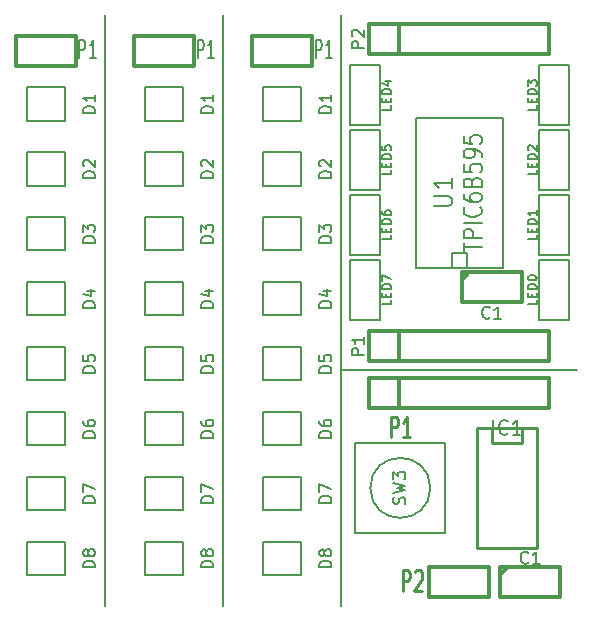
<source format=gto>
G04 (created by PCBNEW (2013-04-19 BZR 4011)-stable) date 9/19/2013 12:32:27 AM*
%MOIN*%
G04 Gerber Fmt 3.4, Leading zero omitted, Abs format*
%FSLAX34Y34*%
G01*
G70*
G90*
G04 APERTURE LIST*
%ADD10C,0.00393701*%
%ADD11C,0.00787402*%
%ADD12C,0.012*%
%ADD13C,0.00590551*%
%ADD14C,0.005*%
%ADD15C,0.01*%
%ADD16C,0.006*%
%ADD17C,0.008*%
%ADD18C,0.0107*%
G04 APERTURE END LIST*
G54D10*
G54D11*
X86220Y-45275D02*
X94094Y-45275D01*
X86220Y-33464D02*
X86220Y-53149D01*
X82283Y-53149D02*
X82283Y-33464D01*
X78346Y-33464D02*
X78346Y-53149D01*
G54D12*
X83251Y-35145D02*
X83251Y-34145D01*
X83251Y-34145D02*
X85251Y-34145D01*
X85251Y-34145D02*
X85251Y-35145D01*
X85251Y-35145D02*
X83251Y-35145D01*
G54D13*
X83622Y-36968D02*
X83622Y-35866D01*
X83622Y-35866D02*
X84881Y-35866D01*
X84881Y-35866D02*
X84881Y-36968D01*
X84881Y-36968D02*
X83622Y-36968D01*
X83622Y-39133D02*
X83622Y-38031D01*
X83622Y-38031D02*
X84881Y-38031D01*
X84881Y-38031D02*
X84881Y-39133D01*
X84881Y-39133D02*
X83622Y-39133D01*
X83622Y-41299D02*
X83622Y-40196D01*
X83622Y-40196D02*
X84881Y-40196D01*
X84881Y-40196D02*
X84881Y-41299D01*
X84881Y-41299D02*
X83622Y-41299D01*
X83622Y-43464D02*
X83622Y-42362D01*
X83622Y-42362D02*
X84881Y-42362D01*
X84881Y-42362D02*
X84881Y-43464D01*
X84881Y-43464D02*
X83622Y-43464D01*
X83622Y-45629D02*
X83622Y-44527D01*
X83622Y-44527D02*
X84881Y-44527D01*
X84881Y-44527D02*
X84881Y-45629D01*
X84881Y-45629D02*
X83622Y-45629D01*
X83622Y-47795D02*
X83622Y-46692D01*
X83622Y-46692D02*
X84881Y-46692D01*
X84881Y-46692D02*
X84881Y-47795D01*
X84881Y-47795D02*
X83622Y-47795D01*
X83622Y-49960D02*
X83622Y-48858D01*
X83622Y-48858D02*
X84881Y-48858D01*
X84881Y-48858D02*
X84881Y-49960D01*
X84881Y-49960D02*
X83622Y-49960D01*
X83622Y-52125D02*
X83622Y-51023D01*
X83622Y-51023D02*
X84881Y-51023D01*
X84881Y-51023D02*
X84881Y-52125D01*
X84881Y-52125D02*
X83622Y-52125D01*
G54D12*
X79314Y-35145D02*
X79314Y-34145D01*
X79314Y-34145D02*
X81314Y-34145D01*
X81314Y-34145D02*
X81314Y-35145D01*
X81314Y-35145D02*
X79314Y-35145D01*
G54D13*
X79685Y-36968D02*
X79685Y-35866D01*
X79685Y-35866D02*
X80944Y-35866D01*
X80944Y-35866D02*
X80944Y-36968D01*
X80944Y-36968D02*
X79685Y-36968D01*
X79685Y-39133D02*
X79685Y-38031D01*
X79685Y-38031D02*
X80944Y-38031D01*
X80944Y-38031D02*
X80944Y-39133D01*
X80944Y-39133D02*
X79685Y-39133D01*
X79685Y-41299D02*
X79685Y-40196D01*
X79685Y-40196D02*
X80944Y-40196D01*
X80944Y-40196D02*
X80944Y-41299D01*
X80944Y-41299D02*
X79685Y-41299D01*
X79685Y-43464D02*
X79685Y-42362D01*
X79685Y-42362D02*
X80944Y-42362D01*
X80944Y-42362D02*
X80944Y-43464D01*
X80944Y-43464D02*
X79685Y-43464D01*
X79685Y-45629D02*
X79685Y-44527D01*
X79685Y-44527D02*
X80944Y-44527D01*
X80944Y-44527D02*
X80944Y-45629D01*
X80944Y-45629D02*
X79685Y-45629D01*
X79685Y-47795D02*
X79685Y-46692D01*
X79685Y-46692D02*
X80944Y-46692D01*
X80944Y-46692D02*
X80944Y-47795D01*
X80944Y-47795D02*
X79685Y-47795D01*
X79685Y-49960D02*
X79685Y-48858D01*
X79685Y-48858D02*
X80944Y-48858D01*
X80944Y-48858D02*
X80944Y-49960D01*
X80944Y-49960D02*
X79685Y-49960D01*
X79685Y-52125D02*
X79685Y-51023D01*
X79685Y-51023D02*
X80944Y-51023D01*
X80944Y-51023D02*
X80944Y-52125D01*
X80944Y-52125D02*
X79685Y-52125D01*
G54D12*
X75377Y-35145D02*
X75377Y-34145D01*
X75377Y-34145D02*
X77377Y-34145D01*
X77377Y-34145D02*
X77377Y-35145D01*
X77377Y-35145D02*
X75377Y-35145D01*
G54D13*
X75748Y-36968D02*
X75748Y-35866D01*
X75748Y-35866D02*
X77007Y-35866D01*
X77007Y-35866D02*
X77007Y-36968D01*
X77007Y-36968D02*
X75748Y-36968D01*
X75748Y-39133D02*
X75748Y-38031D01*
X75748Y-38031D02*
X77007Y-38031D01*
X77007Y-38031D02*
X77007Y-39133D01*
X77007Y-39133D02*
X75748Y-39133D01*
X75748Y-41299D02*
X75748Y-40196D01*
X75748Y-40196D02*
X77007Y-40196D01*
X77007Y-40196D02*
X77007Y-41299D01*
X77007Y-41299D02*
X75748Y-41299D01*
X75748Y-43464D02*
X75748Y-42362D01*
X75748Y-42362D02*
X77007Y-42362D01*
X77007Y-42362D02*
X77007Y-43464D01*
X77007Y-43464D02*
X75748Y-43464D01*
X75748Y-45629D02*
X75748Y-44527D01*
X75748Y-44527D02*
X77007Y-44527D01*
X77007Y-44527D02*
X77007Y-45629D01*
X77007Y-45629D02*
X75748Y-45629D01*
X75748Y-47795D02*
X75748Y-46692D01*
X75748Y-46692D02*
X77007Y-46692D01*
X77007Y-46692D02*
X77007Y-47795D01*
X77007Y-47795D02*
X75748Y-47795D01*
X75748Y-49960D02*
X75748Y-48858D01*
X75748Y-48858D02*
X77007Y-48858D01*
X77007Y-48858D02*
X77007Y-49960D01*
X77007Y-49960D02*
X75748Y-49960D01*
X75748Y-52125D02*
X75748Y-51023D01*
X75748Y-51023D02*
X77007Y-51023D01*
X77007Y-51023D02*
X77007Y-52125D01*
X77007Y-52125D02*
X75748Y-52125D01*
G54D14*
X89188Y-49212D02*
G75*
G03X89188Y-49212I-1000J0D01*
G74*
G01*
X86688Y-50712D02*
X86688Y-47712D01*
X86688Y-47712D02*
X89688Y-47712D01*
X89688Y-47712D02*
X89688Y-50712D01*
X86688Y-50712D02*
X89688Y-50712D01*
G54D12*
X87157Y-46562D02*
X87157Y-45562D01*
X87157Y-45562D02*
X93157Y-45562D01*
X93157Y-45562D02*
X93157Y-46562D01*
X93157Y-46562D02*
X87157Y-46562D01*
X88157Y-46562D02*
X88157Y-45562D01*
X89157Y-52862D02*
X89157Y-51862D01*
X89157Y-51862D02*
X91157Y-51862D01*
X91157Y-51862D02*
X91157Y-52862D01*
X91157Y-52862D02*
X89157Y-52862D01*
G54D15*
X92232Y-47212D02*
X92232Y-47712D01*
X92232Y-47712D02*
X91232Y-47712D01*
X91232Y-47712D02*
X91232Y-47212D01*
X92732Y-47212D02*
X92732Y-51212D01*
X92732Y-51212D02*
X90732Y-51212D01*
X90732Y-51212D02*
X90732Y-47212D01*
X90732Y-47212D02*
X92732Y-47212D01*
G54D12*
X91539Y-51862D02*
X93519Y-51862D01*
X93519Y-51862D02*
X93519Y-52862D01*
X93519Y-52862D02*
X91519Y-52862D01*
X91519Y-52862D02*
X91519Y-51862D01*
X91519Y-52112D02*
X91769Y-51862D01*
G54D16*
X93807Y-43618D02*
X92807Y-43618D01*
X92807Y-43618D02*
X92807Y-41618D01*
X92807Y-41618D02*
X93807Y-41618D01*
X93807Y-41618D02*
X93807Y-43618D01*
X93807Y-41452D02*
X92807Y-41452D01*
X92807Y-41452D02*
X92807Y-39452D01*
X92807Y-39452D02*
X93807Y-39452D01*
X93807Y-39452D02*
X93807Y-41452D01*
X93807Y-39287D02*
X92807Y-39287D01*
X92807Y-39287D02*
X92807Y-37287D01*
X92807Y-37287D02*
X93807Y-37287D01*
X93807Y-37287D02*
X93807Y-39287D01*
X93807Y-37122D02*
X92807Y-37122D01*
X92807Y-37122D02*
X92807Y-35122D01*
X92807Y-35122D02*
X93807Y-35122D01*
X93807Y-35122D02*
X93807Y-37122D01*
X86507Y-35122D02*
X87507Y-35122D01*
X87507Y-35122D02*
X87507Y-37122D01*
X87507Y-37122D02*
X86507Y-37122D01*
X86507Y-37122D02*
X86507Y-35122D01*
X86507Y-37287D02*
X87507Y-37287D01*
X87507Y-37287D02*
X87507Y-39287D01*
X87507Y-39287D02*
X86507Y-39287D01*
X86507Y-39287D02*
X86507Y-37287D01*
X86507Y-39452D02*
X87507Y-39452D01*
X87507Y-39452D02*
X87507Y-41452D01*
X87507Y-41452D02*
X86507Y-41452D01*
X86507Y-41452D02*
X86507Y-39452D01*
X86507Y-41618D02*
X87507Y-41618D01*
X87507Y-41618D02*
X87507Y-43618D01*
X87507Y-43618D02*
X86507Y-43618D01*
X86507Y-43618D02*
X86507Y-41618D01*
G54D12*
X87157Y-44988D02*
X87157Y-43988D01*
X87157Y-43988D02*
X93157Y-43988D01*
X93157Y-43988D02*
X93157Y-44988D01*
X93157Y-44988D02*
X87157Y-44988D01*
X88157Y-44988D02*
X88157Y-43988D01*
X87157Y-34751D02*
X87157Y-33751D01*
X87157Y-33751D02*
X93157Y-33751D01*
X93157Y-33751D02*
X93157Y-34751D01*
X93157Y-34751D02*
X87157Y-34751D01*
X88157Y-34751D02*
X88157Y-33751D01*
X90260Y-42019D02*
X92240Y-42019D01*
X92240Y-42019D02*
X92240Y-43019D01*
X92240Y-43019D02*
X90240Y-43019D01*
X90240Y-43019D02*
X90240Y-42019D01*
X90240Y-42269D02*
X90490Y-42019D01*
G54D14*
X91607Y-36870D02*
X88707Y-36870D01*
X88707Y-41870D02*
X91607Y-41870D01*
X91607Y-36870D02*
X91607Y-41870D01*
X88707Y-41870D02*
X88707Y-36870D01*
X89907Y-41870D02*
X89907Y-41370D01*
X89907Y-41370D02*
X90407Y-41370D01*
X90407Y-41370D02*
X90407Y-41870D01*
G54D13*
X85368Y-34884D02*
X85368Y-34294D01*
X85503Y-34294D01*
X85537Y-34322D01*
X85553Y-34350D01*
X85570Y-34406D01*
X85570Y-34491D01*
X85553Y-34547D01*
X85537Y-34575D01*
X85503Y-34603D01*
X85368Y-34603D01*
X85908Y-34884D02*
X85705Y-34884D01*
X85807Y-34884D02*
X85807Y-34294D01*
X85773Y-34378D01*
X85739Y-34434D01*
X85705Y-34462D01*
X85887Y-36707D02*
X85494Y-36707D01*
X85494Y-36614D01*
X85512Y-36557D01*
X85550Y-36520D01*
X85587Y-36501D01*
X85662Y-36482D01*
X85718Y-36482D01*
X85793Y-36501D01*
X85831Y-36520D01*
X85868Y-36557D01*
X85887Y-36614D01*
X85887Y-36707D01*
X85887Y-36107D02*
X85887Y-36332D01*
X85887Y-36220D02*
X85494Y-36220D01*
X85550Y-36257D01*
X85587Y-36295D01*
X85606Y-36332D01*
X85887Y-38873D02*
X85494Y-38873D01*
X85494Y-38779D01*
X85512Y-38723D01*
X85550Y-38685D01*
X85587Y-38667D01*
X85662Y-38648D01*
X85718Y-38648D01*
X85793Y-38667D01*
X85831Y-38685D01*
X85868Y-38723D01*
X85887Y-38779D01*
X85887Y-38873D01*
X85531Y-38498D02*
X85512Y-38479D01*
X85494Y-38442D01*
X85494Y-38348D01*
X85512Y-38310D01*
X85531Y-38292D01*
X85568Y-38273D01*
X85606Y-38273D01*
X85662Y-38292D01*
X85887Y-38517D01*
X85887Y-38273D01*
X85887Y-41038D02*
X85494Y-41038D01*
X85494Y-40944D01*
X85512Y-40888D01*
X85550Y-40851D01*
X85587Y-40832D01*
X85662Y-40813D01*
X85718Y-40813D01*
X85793Y-40832D01*
X85831Y-40851D01*
X85868Y-40888D01*
X85887Y-40944D01*
X85887Y-41038D01*
X85494Y-40682D02*
X85494Y-40438D01*
X85643Y-40569D01*
X85643Y-40513D01*
X85662Y-40476D01*
X85681Y-40457D01*
X85718Y-40438D01*
X85812Y-40438D01*
X85850Y-40457D01*
X85868Y-40476D01*
X85887Y-40513D01*
X85887Y-40626D01*
X85868Y-40663D01*
X85850Y-40682D01*
X85887Y-43203D02*
X85494Y-43203D01*
X85494Y-43110D01*
X85512Y-43053D01*
X85550Y-43016D01*
X85587Y-42997D01*
X85662Y-42979D01*
X85718Y-42979D01*
X85793Y-42997D01*
X85831Y-43016D01*
X85868Y-43053D01*
X85887Y-43110D01*
X85887Y-43203D01*
X85625Y-42641D02*
X85887Y-42641D01*
X85475Y-42735D02*
X85756Y-42829D01*
X85756Y-42585D01*
X85887Y-45369D02*
X85494Y-45369D01*
X85494Y-45275D01*
X85512Y-45219D01*
X85550Y-45181D01*
X85587Y-45163D01*
X85662Y-45144D01*
X85718Y-45144D01*
X85793Y-45163D01*
X85831Y-45181D01*
X85868Y-45219D01*
X85887Y-45275D01*
X85887Y-45369D01*
X85494Y-44788D02*
X85494Y-44975D01*
X85681Y-44994D01*
X85662Y-44975D01*
X85643Y-44938D01*
X85643Y-44844D01*
X85662Y-44806D01*
X85681Y-44788D01*
X85718Y-44769D01*
X85812Y-44769D01*
X85850Y-44788D01*
X85868Y-44806D01*
X85887Y-44844D01*
X85887Y-44938D01*
X85868Y-44975D01*
X85850Y-44994D01*
X85887Y-47534D02*
X85494Y-47534D01*
X85494Y-47440D01*
X85512Y-47384D01*
X85550Y-47347D01*
X85587Y-47328D01*
X85662Y-47309D01*
X85718Y-47309D01*
X85793Y-47328D01*
X85831Y-47347D01*
X85868Y-47384D01*
X85887Y-47440D01*
X85887Y-47534D01*
X85494Y-46972D02*
X85494Y-47047D01*
X85512Y-47084D01*
X85531Y-47103D01*
X85587Y-47140D01*
X85662Y-47159D01*
X85812Y-47159D01*
X85850Y-47140D01*
X85868Y-47122D01*
X85887Y-47084D01*
X85887Y-47009D01*
X85868Y-46972D01*
X85850Y-46953D01*
X85812Y-46934D01*
X85718Y-46934D01*
X85681Y-46953D01*
X85662Y-46972D01*
X85643Y-47009D01*
X85643Y-47084D01*
X85662Y-47122D01*
X85681Y-47140D01*
X85718Y-47159D01*
X85887Y-49700D02*
X85494Y-49700D01*
X85494Y-49606D01*
X85512Y-49550D01*
X85550Y-49512D01*
X85587Y-49493D01*
X85662Y-49475D01*
X85718Y-49475D01*
X85793Y-49493D01*
X85831Y-49512D01*
X85868Y-49550D01*
X85887Y-49606D01*
X85887Y-49700D01*
X85494Y-49343D02*
X85494Y-49081D01*
X85887Y-49250D01*
X85887Y-51865D02*
X85494Y-51865D01*
X85494Y-51771D01*
X85512Y-51715D01*
X85550Y-51677D01*
X85587Y-51659D01*
X85662Y-51640D01*
X85718Y-51640D01*
X85793Y-51659D01*
X85831Y-51677D01*
X85868Y-51715D01*
X85887Y-51771D01*
X85887Y-51865D01*
X85662Y-51415D02*
X85643Y-51452D01*
X85625Y-51471D01*
X85587Y-51490D01*
X85568Y-51490D01*
X85531Y-51471D01*
X85512Y-51452D01*
X85494Y-51415D01*
X85494Y-51340D01*
X85512Y-51302D01*
X85531Y-51284D01*
X85568Y-51265D01*
X85587Y-51265D01*
X85625Y-51284D01*
X85643Y-51302D01*
X85662Y-51340D01*
X85662Y-51415D01*
X85681Y-51452D01*
X85700Y-51471D01*
X85737Y-51490D01*
X85812Y-51490D01*
X85850Y-51471D01*
X85868Y-51452D01*
X85887Y-51415D01*
X85887Y-51340D01*
X85868Y-51302D01*
X85850Y-51284D01*
X85812Y-51265D01*
X85737Y-51265D01*
X85700Y-51284D01*
X85681Y-51302D01*
X85662Y-51340D01*
X81431Y-34884D02*
X81431Y-34294D01*
X81566Y-34294D01*
X81600Y-34322D01*
X81616Y-34350D01*
X81633Y-34406D01*
X81633Y-34491D01*
X81616Y-34547D01*
X81600Y-34575D01*
X81566Y-34603D01*
X81431Y-34603D01*
X81971Y-34884D02*
X81768Y-34884D01*
X81870Y-34884D02*
X81870Y-34294D01*
X81836Y-34378D01*
X81802Y-34434D01*
X81768Y-34462D01*
X81950Y-36707D02*
X81556Y-36707D01*
X81556Y-36614D01*
X81575Y-36557D01*
X81613Y-36520D01*
X81650Y-36501D01*
X81725Y-36482D01*
X81781Y-36482D01*
X81856Y-36501D01*
X81894Y-36520D01*
X81931Y-36557D01*
X81950Y-36614D01*
X81950Y-36707D01*
X81950Y-36107D02*
X81950Y-36332D01*
X81950Y-36220D02*
X81556Y-36220D01*
X81613Y-36257D01*
X81650Y-36295D01*
X81669Y-36332D01*
X81950Y-38873D02*
X81556Y-38873D01*
X81556Y-38779D01*
X81575Y-38723D01*
X81613Y-38685D01*
X81650Y-38667D01*
X81725Y-38648D01*
X81781Y-38648D01*
X81856Y-38667D01*
X81894Y-38685D01*
X81931Y-38723D01*
X81950Y-38779D01*
X81950Y-38873D01*
X81594Y-38498D02*
X81575Y-38479D01*
X81556Y-38442D01*
X81556Y-38348D01*
X81575Y-38310D01*
X81594Y-38292D01*
X81631Y-38273D01*
X81669Y-38273D01*
X81725Y-38292D01*
X81950Y-38517D01*
X81950Y-38273D01*
X81950Y-41038D02*
X81556Y-41038D01*
X81556Y-40944D01*
X81575Y-40888D01*
X81613Y-40851D01*
X81650Y-40832D01*
X81725Y-40813D01*
X81781Y-40813D01*
X81856Y-40832D01*
X81894Y-40851D01*
X81931Y-40888D01*
X81950Y-40944D01*
X81950Y-41038D01*
X81556Y-40682D02*
X81556Y-40438D01*
X81706Y-40569D01*
X81706Y-40513D01*
X81725Y-40476D01*
X81744Y-40457D01*
X81781Y-40438D01*
X81875Y-40438D01*
X81913Y-40457D01*
X81931Y-40476D01*
X81950Y-40513D01*
X81950Y-40626D01*
X81931Y-40663D01*
X81913Y-40682D01*
X81950Y-43203D02*
X81556Y-43203D01*
X81556Y-43110D01*
X81575Y-43053D01*
X81613Y-43016D01*
X81650Y-42997D01*
X81725Y-42979D01*
X81781Y-42979D01*
X81856Y-42997D01*
X81894Y-43016D01*
X81931Y-43053D01*
X81950Y-43110D01*
X81950Y-43203D01*
X81688Y-42641D02*
X81950Y-42641D01*
X81538Y-42735D02*
X81819Y-42829D01*
X81819Y-42585D01*
X81950Y-45369D02*
X81556Y-45369D01*
X81556Y-45275D01*
X81575Y-45219D01*
X81613Y-45181D01*
X81650Y-45163D01*
X81725Y-45144D01*
X81781Y-45144D01*
X81856Y-45163D01*
X81894Y-45181D01*
X81931Y-45219D01*
X81950Y-45275D01*
X81950Y-45369D01*
X81556Y-44788D02*
X81556Y-44975D01*
X81744Y-44994D01*
X81725Y-44975D01*
X81706Y-44938D01*
X81706Y-44844D01*
X81725Y-44806D01*
X81744Y-44788D01*
X81781Y-44769D01*
X81875Y-44769D01*
X81913Y-44788D01*
X81931Y-44806D01*
X81950Y-44844D01*
X81950Y-44938D01*
X81931Y-44975D01*
X81913Y-44994D01*
X81950Y-47534D02*
X81556Y-47534D01*
X81556Y-47440D01*
X81575Y-47384D01*
X81613Y-47347D01*
X81650Y-47328D01*
X81725Y-47309D01*
X81781Y-47309D01*
X81856Y-47328D01*
X81894Y-47347D01*
X81931Y-47384D01*
X81950Y-47440D01*
X81950Y-47534D01*
X81556Y-46972D02*
X81556Y-47047D01*
X81575Y-47084D01*
X81594Y-47103D01*
X81650Y-47140D01*
X81725Y-47159D01*
X81875Y-47159D01*
X81913Y-47140D01*
X81931Y-47122D01*
X81950Y-47084D01*
X81950Y-47009D01*
X81931Y-46972D01*
X81913Y-46953D01*
X81875Y-46934D01*
X81781Y-46934D01*
X81744Y-46953D01*
X81725Y-46972D01*
X81706Y-47009D01*
X81706Y-47084D01*
X81725Y-47122D01*
X81744Y-47140D01*
X81781Y-47159D01*
X81950Y-49700D02*
X81556Y-49700D01*
X81556Y-49606D01*
X81575Y-49550D01*
X81613Y-49512D01*
X81650Y-49493D01*
X81725Y-49475D01*
X81781Y-49475D01*
X81856Y-49493D01*
X81894Y-49512D01*
X81931Y-49550D01*
X81950Y-49606D01*
X81950Y-49700D01*
X81556Y-49343D02*
X81556Y-49081D01*
X81950Y-49250D01*
X81950Y-51865D02*
X81556Y-51865D01*
X81556Y-51771D01*
X81575Y-51715D01*
X81613Y-51677D01*
X81650Y-51659D01*
X81725Y-51640D01*
X81781Y-51640D01*
X81856Y-51659D01*
X81894Y-51677D01*
X81931Y-51715D01*
X81950Y-51771D01*
X81950Y-51865D01*
X81725Y-51415D02*
X81706Y-51452D01*
X81688Y-51471D01*
X81650Y-51490D01*
X81631Y-51490D01*
X81594Y-51471D01*
X81575Y-51452D01*
X81556Y-51415D01*
X81556Y-51340D01*
X81575Y-51302D01*
X81594Y-51284D01*
X81631Y-51265D01*
X81650Y-51265D01*
X81688Y-51284D01*
X81706Y-51302D01*
X81725Y-51340D01*
X81725Y-51415D01*
X81744Y-51452D01*
X81763Y-51471D01*
X81800Y-51490D01*
X81875Y-51490D01*
X81913Y-51471D01*
X81931Y-51452D01*
X81950Y-51415D01*
X81950Y-51340D01*
X81931Y-51302D01*
X81913Y-51284D01*
X81875Y-51265D01*
X81800Y-51265D01*
X81763Y-51284D01*
X81744Y-51302D01*
X81725Y-51340D01*
X77494Y-34884D02*
X77494Y-34294D01*
X77629Y-34294D01*
X77663Y-34322D01*
X77679Y-34350D01*
X77696Y-34406D01*
X77696Y-34491D01*
X77679Y-34547D01*
X77663Y-34575D01*
X77629Y-34603D01*
X77494Y-34603D01*
X78034Y-34884D02*
X77831Y-34884D01*
X77933Y-34884D02*
X77933Y-34294D01*
X77899Y-34378D01*
X77865Y-34434D01*
X77831Y-34462D01*
X78013Y-36707D02*
X77619Y-36707D01*
X77619Y-36614D01*
X77638Y-36557D01*
X77676Y-36520D01*
X77713Y-36501D01*
X77788Y-36482D01*
X77844Y-36482D01*
X77919Y-36501D01*
X77957Y-36520D01*
X77994Y-36557D01*
X78013Y-36614D01*
X78013Y-36707D01*
X78013Y-36107D02*
X78013Y-36332D01*
X78013Y-36220D02*
X77619Y-36220D01*
X77676Y-36257D01*
X77713Y-36295D01*
X77732Y-36332D01*
X78013Y-38873D02*
X77619Y-38873D01*
X77619Y-38779D01*
X77638Y-38723D01*
X77676Y-38685D01*
X77713Y-38667D01*
X77788Y-38648D01*
X77844Y-38648D01*
X77919Y-38667D01*
X77957Y-38685D01*
X77994Y-38723D01*
X78013Y-38779D01*
X78013Y-38873D01*
X77657Y-38498D02*
X77638Y-38479D01*
X77619Y-38442D01*
X77619Y-38348D01*
X77638Y-38310D01*
X77657Y-38292D01*
X77694Y-38273D01*
X77732Y-38273D01*
X77788Y-38292D01*
X78013Y-38517D01*
X78013Y-38273D01*
X78013Y-41038D02*
X77619Y-41038D01*
X77619Y-40944D01*
X77638Y-40888D01*
X77676Y-40851D01*
X77713Y-40832D01*
X77788Y-40813D01*
X77844Y-40813D01*
X77919Y-40832D01*
X77957Y-40851D01*
X77994Y-40888D01*
X78013Y-40944D01*
X78013Y-41038D01*
X77619Y-40682D02*
X77619Y-40438D01*
X77769Y-40569D01*
X77769Y-40513D01*
X77788Y-40476D01*
X77807Y-40457D01*
X77844Y-40438D01*
X77938Y-40438D01*
X77976Y-40457D01*
X77994Y-40476D01*
X78013Y-40513D01*
X78013Y-40626D01*
X77994Y-40663D01*
X77976Y-40682D01*
X78013Y-43203D02*
X77619Y-43203D01*
X77619Y-43110D01*
X77638Y-43053D01*
X77676Y-43016D01*
X77713Y-42997D01*
X77788Y-42979D01*
X77844Y-42979D01*
X77919Y-42997D01*
X77957Y-43016D01*
X77994Y-43053D01*
X78013Y-43110D01*
X78013Y-43203D01*
X77751Y-42641D02*
X78013Y-42641D01*
X77601Y-42735D02*
X77882Y-42829D01*
X77882Y-42585D01*
X78013Y-45369D02*
X77619Y-45369D01*
X77619Y-45275D01*
X77638Y-45219D01*
X77676Y-45181D01*
X77713Y-45163D01*
X77788Y-45144D01*
X77844Y-45144D01*
X77919Y-45163D01*
X77957Y-45181D01*
X77994Y-45219D01*
X78013Y-45275D01*
X78013Y-45369D01*
X77619Y-44788D02*
X77619Y-44975D01*
X77807Y-44994D01*
X77788Y-44975D01*
X77769Y-44938D01*
X77769Y-44844D01*
X77788Y-44806D01*
X77807Y-44788D01*
X77844Y-44769D01*
X77938Y-44769D01*
X77976Y-44788D01*
X77994Y-44806D01*
X78013Y-44844D01*
X78013Y-44938D01*
X77994Y-44975D01*
X77976Y-44994D01*
X78013Y-47534D02*
X77619Y-47534D01*
X77619Y-47440D01*
X77638Y-47384D01*
X77676Y-47347D01*
X77713Y-47328D01*
X77788Y-47309D01*
X77844Y-47309D01*
X77919Y-47328D01*
X77957Y-47347D01*
X77994Y-47384D01*
X78013Y-47440D01*
X78013Y-47534D01*
X77619Y-46972D02*
X77619Y-47047D01*
X77638Y-47084D01*
X77657Y-47103D01*
X77713Y-47140D01*
X77788Y-47159D01*
X77938Y-47159D01*
X77976Y-47140D01*
X77994Y-47122D01*
X78013Y-47084D01*
X78013Y-47009D01*
X77994Y-46972D01*
X77976Y-46953D01*
X77938Y-46934D01*
X77844Y-46934D01*
X77807Y-46953D01*
X77788Y-46972D01*
X77769Y-47009D01*
X77769Y-47084D01*
X77788Y-47122D01*
X77807Y-47140D01*
X77844Y-47159D01*
X78013Y-49700D02*
X77619Y-49700D01*
X77619Y-49606D01*
X77638Y-49550D01*
X77676Y-49512D01*
X77713Y-49493D01*
X77788Y-49475D01*
X77844Y-49475D01*
X77919Y-49493D01*
X77957Y-49512D01*
X77994Y-49550D01*
X78013Y-49606D01*
X78013Y-49700D01*
X77619Y-49343D02*
X77619Y-49081D01*
X78013Y-49250D01*
X78013Y-51865D02*
X77619Y-51865D01*
X77619Y-51771D01*
X77638Y-51715D01*
X77676Y-51677D01*
X77713Y-51659D01*
X77788Y-51640D01*
X77844Y-51640D01*
X77919Y-51659D01*
X77957Y-51677D01*
X77994Y-51715D01*
X78013Y-51771D01*
X78013Y-51865D01*
X77788Y-51415D02*
X77769Y-51452D01*
X77751Y-51471D01*
X77713Y-51490D01*
X77694Y-51490D01*
X77657Y-51471D01*
X77638Y-51452D01*
X77619Y-51415D01*
X77619Y-51340D01*
X77638Y-51302D01*
X77657Y-51284D01*
X77694Y-51265D01*
X77713Y-51265D01*
X77751Y-51284D01*
X77769Y-51302D01*
X77788Y-51340D01*
X77788Y-51415D01*
X77807Y-51452D01*
X77826Y-51471D01*
X77863Y-51490D01*
X77938Y-51490D01*
X77976Y-51471D01*
X77994Y-51452D01*
X78013Y-51415D01*
X78013Y-51340D01*
X77994Y-51302D01*
X77976Y-51284D01*
X77938Y-51265D01*
X77863Y-51265D01*
X77826Y-51284D01*
X77807Y-51302D01*
X77788Y-51340D01*
G54D17*
X88331Y-49745D02*
X88350Y-49688D01*
X88350Y-49593D01*
X88331Y-49555D01*
X88312Y-49536D01*
X88274Y-49517D01*
X88236Y-49517D01*
X88198Y-49536D01*
X88179Y-49555D01*
X88160Y-49593D01*
X88141Y-49669D01*
X88122Y-49707D01*
X88103Y-49726D01*
X88065Y-49745D01*
X88027Y-49745D01*
X87988Y-49726D01*
X87969Y-49707D01*
X87950Y-49669D01*
X87950Y-49574D01*
X87969Y-49517D01*
X87950Y-49384D02*
X88350Y-49288D01*
X88065Y-49212D01*
X88350Y-49136D01*
X87950Y-49041D01*
X87950Y-48926D02*
X87950Y-48679D01*
X88103Y-48812D01*
X88103Y-48755D01*
X88122Y-48717D01*
X88141Y-48698D01*
X88179Y-48679D01*
X88274Y-48679D01*
X88312Y-48698D01*
X88331Y-48717D01*
X88350Y-48755D01*
X88350Y-48869D01*
X88331Y-48907D01*
X88312Y-48926D01*
G54D18*
X87873Y-47519D02*
X87873Y-46838D01*
X88036Y-46838D01*
X88076Y-46871D01*
X88097Y-46903D01*
X88117Y-46968D01*
X88117Y-47065D01*
X88097Y-47130D01*
X88076Y-47163D01*
X88036Y-47195D01*
X87873Y-47195D01*
X88525Y-47519D02*
X88280Y-47519D01*
X88402Y-47519D02*
X88402Y-46838D01*
X88362Y-46936D01*
X88321Y-47000D01*
X88280Y-47033D01*
G54D12*
G54D18*
X88266Y-52637D02*
X88266Y-51956D01*
X88429Y-51956D01*
X88470Y-51989D01*
X88490Y-52021D01*
X88511Y-52086D01*
X88511Y-52183D01*
X88490Y-52248D01*
X88470Y-52281D01*
X88429Y-52313D01*
X88266Y-52313D01*
X88674Y-52021D02*
X88694Y-51989D01*
X88735Y-51956D01*
X88837Y-51956D01*
X88878Y-51989D01*
X88898Y-52021D01*
X88918Y-52086D01*
X88918Y-52151D01*
X88898Y-52248D01*
X88654Y-52637D01*
X88918Y-52637D01*
G54D12*
G54D17*
X91292Y-47446D02*
X91292Y-46946D01*
X91764Y-47398D02*
X91742Y-47422D01*
X91678Y-47446D01*
X91635Y-47446D01*
X91571Y-47422D01*
X91528Y-47375D01*
X91507Y-47327D01*
X91485Y-47232D01*
X91485Y-47160D01*
X91507Y-47065D01*
X91528Y-47017D01*
X91571Y-46970D01*
X91635Y-46946D01*
X91678Y-46946D01*
X91742Y-46970D01*
X91764Y-46994D01*
X92192Y-47446D02*
X91935Y-47446D01*
X92064Y-47446D02*
X92064Y-46946D01*
X92021Y-47017D01*
X91978Y-47065D01*
X91935Y-47089D01*
X92453Y-51698D02*
X92433Y-51717D01*
X92376Y-51736D01*
X92338Y-51736D01*
X92281Y-51717D01*
X92243Y-51679D01*
X92224Y-51641D01*
X92205Y-51565D01*
X92205Y-51508D01*
X92224Y-51431D01*
X92243Y-51393D01*
X92281Y-51355D01*
X92338Y-51336D01*
X92376Y-51336D01*
X92433Y-51355D01*
X92453Y-51374D01*
X92833Y-51736D02*
X92605Y-51736D01*
X92719Y-51736D02*
X92719Y-51336D01*
X92681Y-51393D01*
X92643Y-51431D01*
X92605Y-51450D01*
G54D16*
X92739Y-42953D02*
X92739Y-43096D01*
X92439Y-43096D01*
X92582Y-42853D02*
X92582Y-42753D01*
X92739Y-42710D02*
X92739Y-42853D01*
X92439Y-42853D01*
X92439Y-42710D01*
X92739Y-42582D02*
X92439Y-42582D01*
X92439Y-42510D01*
X92453Y-42468D01*
X92482Y-42439D01*
X92510Y-42425D01*
X92568Y-42410D01*
X92610Y-42410D01*
X92668Y-42425D01*
X92696Y-42439D01*
X92725Y-42468D01*
X92739Y-42510D01*
X92739Y-42582D01*
X92439Y-42225D02*
X92439Y-42196D01*
X92453Y-42168D01*
X92468Y-42153D01*
X92496Y-42139D01*
X92553Y-42125D01*
X92625Y-42125D01*
X92682Y-42139D01*
X92710Y-42153D01*
X92725Y-42168D01*
X92739Y-42196D01*
X92739Y-42225D01*
X92725Y-42253D01*
X92710Y-42268D01*
X92682Y-42282D01*
X92625Y-42296D01*
X92553Y-42296D01*
X92496Y-42282D01*
X92468Y-42268D01*
X92453Y-42253D01*
X92439Y-42225D01*
X92739Y-40788D02*
X92739Y-40931D01*
X92439Y-40931D01*
X92582Y-40688D02*
X92582Y-40588D01*
X92739Y-40545D02*
X92739Y-40688D01*
X92439Y-40688D01*
X92439Y-40545D01*
X92739Y-40417D02*
X92439Y-40417D01*
X92439Y-40345D01*
X92453Y-40302D01*
X92482Y-40274D01*
X92510Y-40259D01*
X92568Y-40245D01*
X92610Y-40245D01*
X92668Y-40259D01*
X92696Y-40274D01*
X92725Y-40302D01*
X92739Y-40345D01*
X92739Y-40417D01*
X92739Y-39959D02*
X92739Y-40131D01*
X92739Y-40045D02*
X92439Y-40045D01*
X92482Y-40074D01*
X92510Y-40102D01*
X92525Y-40131D01*
X92739Y-38623D02*
X92739Y-38765D01*
X92439Y-38765D01*
X92582Y-38523D02*
X92582Y-38423D01*
X92739Y-38380D02*
X92739Y-38523D01*
X92439Y-38523D01*
X92439Y-38380D01*
X92739Y-38251D02*
X92439Y-38251D01*
X92439Y-38180D01*
X92453Y-38137D01*
X92482Y-38108D01*
X92510Y-38094D01*
X92568Y-38080D01*
X92610Y-38080D01*
X92668Y-38094D01*
X92696Y-38108D01*
X92725Y-38137D01*
X92739Y-38180D01*
X92739Y-38251D01*
X92468Y-37965D02*
X92453Y-37951D01*
X92439Y-37923D01*
X92439Y-37851D01*
X92453Y-37823D01*
X92468Y-37808D01*
X92496Y-37794D01*
X92525Y-37794D01*
X92568Y-37808D01*
X92739Y-37980D01*
X92739Y-37794D01*
X92739Y-36457D02*
X92739Y-36600D01*
X92439Y-36600D01*
X92582Y-36357D02*
X92582Y-36257D01*
X92739Y-36214D02*
X92739Y-36357D01*
X92439Y-36357D01*
X92439Y-36214D01*
X92739Y-36086D02*
X92439Y-36086D01*
X92439Y-36014D01*
X92453Y-35972D01*
X92482Y-35943D01*
X92510Y-35929D01*
X92568Y-35914D01*
X92610Y-35914D01*
X92668Y-35929D01*
X92696Y-35943D01*
X92725Y-35972D01*
X92739Y-36014D01*
X92739Y-36086D01*
X92439Y-35814D02*
X92439Y-35629D01*
X92553Y-35729D01*
X92553Y-35686D01*
X92568Y-35657D01*
X92582Y-35643D01*
X92610Y-35629D01*
X92682Y-35629D01*
X92710Y-35643D01*
X92725Y-35657D01*
X92739Y-35686D01*
X92739Y-35772D01*
X92725Y-35800D01*
X92710Y-35814D01*
X87879Y-36457D02*
X87879Y-36600D01*
X87579Y-36600D01*
X87722Y-36357D02*
X87722Y-36257D01*
X87879Y-36214D02*
X87879Y-36357D01*
X87579Y-36357D01*
X87579Y-36214D01*
X87879Y-36086D02*
X87579Y-36086D01*
X87579Y-36014D01*
X87593Y-35972D01*
X87622Y-35943D01*
X87650Y-35929D01*
X87707Y-35914D01*
X87750Y-35914D01*
X87807Y-35929D01*
X87836Y-35943D01*
X87865Y-35972D01*
X87879Y-36014D01*
X87879Y-36086D01*
X87679Y-35657D02*
X87879Y-35657D01*
X87565Y-35729D02*
X87779Y-35800D01*
X87779Y-35614D01*
X87879Y-38623D02*
X87879Y-38765D01*
X87579Y-38765D01*
X87722Y-38523D02*
X87722Y-38423D01*
X87879Y-38380D02*
X87879Y-38523D01*
X87579Y-38523D01*
X87579Y-38380D01*
X87879Y-38251D02*
X87579Y-38251D01*
X87579Y-38180D01*
X87593Y-38137D01*
X87622Y-38108D01*
X87650Y-38094D01*
X87707Y-38080D01*
X87750Y-38080D01*
X87807Y-38094D01*
X87836Y-38108D01*
X87865Y-38137D01*
X87879Y-38180D01*
X87879Y-38251D01*
X87579Y-37808D02*
X87579Y-37951D01*
X87722Y-37965D01*
X87707Y-37951D01*
X87693Y-37923D01*
X87693Y-37851D01*
X87707Y-37823D01*
X87722Y-37808D01*
X87750Y-37794D01*
X87822Y-37794D01*
X87850Y-37808D01*
X87865Y-37823D01*
X87879Y-37851D01*
X87879Y-37923D01*
X87865Y-37951D01*
X87850Y-37965D01*
X87879Y-40788D02*
X87879Y-40931D01*
X87579Y-40931D01*
X87722Y-40688D02*
X87722Y-40588D01*
X87879Y-40545D02*
X87879Y-40688D01*
X87579Y-40688D01*
X87579Y-40545D01*
X87879Y-40417D02*
X87579Y-40417D01*
X87579Y-40345D01*
X87593Y-40302D01*
X87622Y-40274D01*
X87650Y-40259D01*
X87707Y-40245D01*
X87750Y-40245D01*
X87807Y-40259D01*
X87836Y-40274D01*
X87865Y-40302D01*
X87879Y-40345D01*
X87879Y-40417D01*
X87579Y-39988D02*
X87579Y-40045D01*
X87593Y-40074D01*
X87607Y-40088D01*
X87650Y-40117D01*
X87707Y-40131D01*
X87822Y-40131D01*
X87850Y-40117D01*
X87865Y-40102D01*
X87879Y-40074D01*
X87879Y-40017D01*
X87865Y-39988D01*
X87850Y-39974D01*
X87822Y-39959D01*
X87750Y-39959D01*
X87722Y-39974D01*
X87707Y-39988D01*
X87693Y-40017D01*
X87693Y-40074D01*
X87707Y-40102D01*
X87722Y-40117D01*
X87750Y-40131D01*
X87879Y-42953D02*
X87879Y-43096D01*
X87579Y-43096D01*
X87722Y-42853D02*
X87722Y-42753D01*
X87879Y-42710D02*
X87879Y-42853D01*
X87579Y-42853D01*
X87579Y-42710D01*
X87879Y-42582D02*
X87579Y-42582D01*
X87579Y-42510D01*
X87593Y-42468D01*
X87622Y-42439D01*
X87650Y-42425D01*
X87707Y-42410D01*
X87750Y-42410D01*
X87807Y-42425D01*
X87836Y-42439D01*
X87865Y-42468D01*
X87879Y-42510D01*
X87879Y-42582D01*
X87579Y-42310D02*
X87579Y-42110D01*
X87879Y-42239D01*
G54D17*
X86972Y-44783D02*
X86572Y-44783D01*
X86572Y-44631D01*
X86591Y-44592D01*
X86611Y-44573D01*
X86649Y-44554D01*
X86706Y-44554D01*
X86744Y-44573D01*
X86763Y-44592D01*
X86782Y-44631D01*
X86782Y-44783D01*
X86972Y-44173D02*
X86972Y-44402D01*
X86972Y-44288D02*
X86572Y-44288D01*
X86630Y-44326D01*
X86668Y-44364D01*
X86687Y-44402D01*
X86972Y-34547D02*
X86572Y-34547D01*
X86572Y-34394D01*
X86591Y-34356D01*
X86611Y-34337D01*
X86649Y-34318D01*
X86706Y-34318D01*
X86744Y-34337D01*
X86763Y-34356D01*
X86782Y-34394D01*
X86782Y-34547D01*
X86611Y-34166D02*
X86591Y-34147D01*
X86572Y-34109D01*
X86572Y-34013D01*
X86591Y-33975D01*
X86611Y-33956D01*
X86649Y-33937D01*
X86687Y-33937D01*
X86744Y-33956D01*
X86972Y-34185D01*
X86972Y-33937D01*
X91173Y-43529D02*
X91154Y-43548D01*
X91097Y-43567D01*
X91059Y-43567D01*
X91002Y-43548D01*
X90963Y-43510D01*
X90944Y-43472D01*
X90925Y-43395D01*
X90925Y-43338D01*
X90944Y-43262D01*
X90963Y-43224D01*
X91002Y-43186D01*
X91059Y-43167D01*
X91097Y-43167D01*
X91154Y-43186D01*
X91173Y-43205D01*
X91554Y-43567D02*
X91325Y-43567D01*
X91440Y-43567D02*
X91440Y-43167D01*
X91402Y-43224D01*
X91363Y-43262D01*
X91325Y-43281D01*
G54D14*
X89300Y-39827D02*
X89786Y-39827D01*
X89843Y-39798D01*
X89871Y-39770D01*
X89900Y-39712D01*
X89900Y-39598D01*
X89871Y-39541D01*
X89843Y-39512D01*
X89786Y-39484D01*
X89300Y-39484D01*
X89900Y-38884D02*
X89900Y-39227D01*
X89900Y-39055D02*
X89300Y-39055D01*
X89386Y-39112D01*
X89443Y-39170D01*
X89471Y-39227D01*
X90300Y-41334D02*
X90300Y-41048D01*
X90900Y-41191D02*
X90300Y-41191D01*
X90900Y-40881D02*
X90300Y-40881D01*
X90300Y-40691D01*
X90328Y-40643D01*
X90357Y-40620D01*
X90414Y-40596D01*
X90500Y-40596D01*
X90557Y-40620D01*
X90586Y-40643D01*
X90614Y-40691D01*
X90614Y-40881D01*
X90900Y-40381D02*
X90300Y-40381D01*
X90843Y-39858D02*
X90871Y-39881D01*
X90900Y-39953D01*
X90900Y-40001D01*
X90871Y-40072D01*
X90814Y-40120D01*
X90757Y-40143D01*
X90643Y-40167D01*
X90557Y-40167D01*
X90443Y-40143D01*
X90386Y-40120D01*
X90328Y-40072D01*
X90300Y-40001D01*
X90300Y-39953D01*
X90328Y-39881D01*
X90357Y-39858D01*
X90300Y-39429D02*
X90300Y-39524D01*
X90328Y-39572D01*
X90357Y-39596D01*
X90443Y-39643D01*
X90557Y-39667D01*
X90786Y-39667D01*
X90843Y-39643D01*
X90871Y-39620D01*
X90900Y-39572D01*
X90900Y-39477D01*
X90871Y-39429D01*
X90843Y-39405D01*
X90786Y-39381D01*
X90643Y-39381D01*
X90586Y-39405D01*
X90557Y-39429D01*
X90528Y-39477D01*
X90528Y-39572D01*
X90557Y-39620D01*
X90586Y-39643D01*
X90643Y-39667D01*
X90586Y-39001D02*
X90614Y-38929D01*
X90643Y-38905D01*
X90700Y-38881D01*
X90786Y-38881D01*
X90843Y-38905D01*
X90871Y-38929D01*
X90900Y-38977D01*
X90900Y-39167D01*
X90300Y-39167D01*
X90300Y-39001D01*
X90328Y-38953D01*
X90357Y-38929D01*
X90414Y-38905D01*
X90471Y-38905D01*
X90528Y-38929D01*
X90557Y-38953D01*
X90586Y-39001D01*
X90586Y-39167D01*
X90300Y-38429D02*
X90300Y-38667D01*
X90586Y-38691D01*
X90557Y-38667D01*
X90528Y-38620D01*
X90528Y-38501D01*
X90557Y-38453D01*
X90586Y-38429D01*
X90643Y-38405D01*
X90786Y-38405D01*
X90843Y-38429D01*
X90871Y-38453D01*
X90900Y-38501D01*
X90900Y-38620D01*
X90871Y-38667D01*
X90843Y-38691D01*
X90900Y-38167D02*
X90900Y-38072D01*
X90871Y-38024D01*
X90843Y-38001D01*
X90757Y-37953D01*
X90643Y-37929D01*
X90414Y-37929D01*
X90357Y-37953D01*
X90328Y-37977D01*
X90300Y-38024D01*
X90300Y-38120D01*
X90328Y-38167D01*
X90357Y-38191D01*
X90414Y-38215D01*
X90557Y-38215D01*
X90614Y-38191D01*
X90643Y-38167D01*
X90671Y-38120D01*
X90671Y-38024D01*
X90643Y-37977D01*
X90614Y-37953D01*
X90557Y-37929D01*
X90300Y-37477D02*
X90300Y-37715D01*
X90586Y-37739D01*
X90557Y-37715D01*
X90528Y-37667D01*
X90528Y-37548D01*
X90557Y-37501D01*
X90586Y-37477D01*
X90643Y-37453D01*
X90786Y-37453D01*
X90843Y-37477D01*
X90871Y-37501D01*
X90900Y-37548D01*
X90900Y-37667D01*
X90871Y-37715D01*
X90843Y-37739D01*
M02*

</source>
